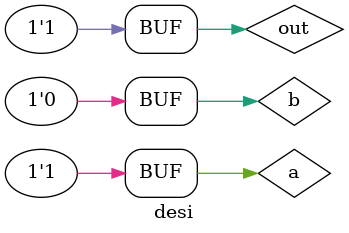
<source format=v>
module desi(
    );
    wire a,b;
    
    assign a=1;
    assign b=0;
    assign #5 out=a+b;
    
    initial begin
    $monitor(" a=%b b=%b out=%b",$realtime,a,b,out);
    end
    
endmodule

</source>
